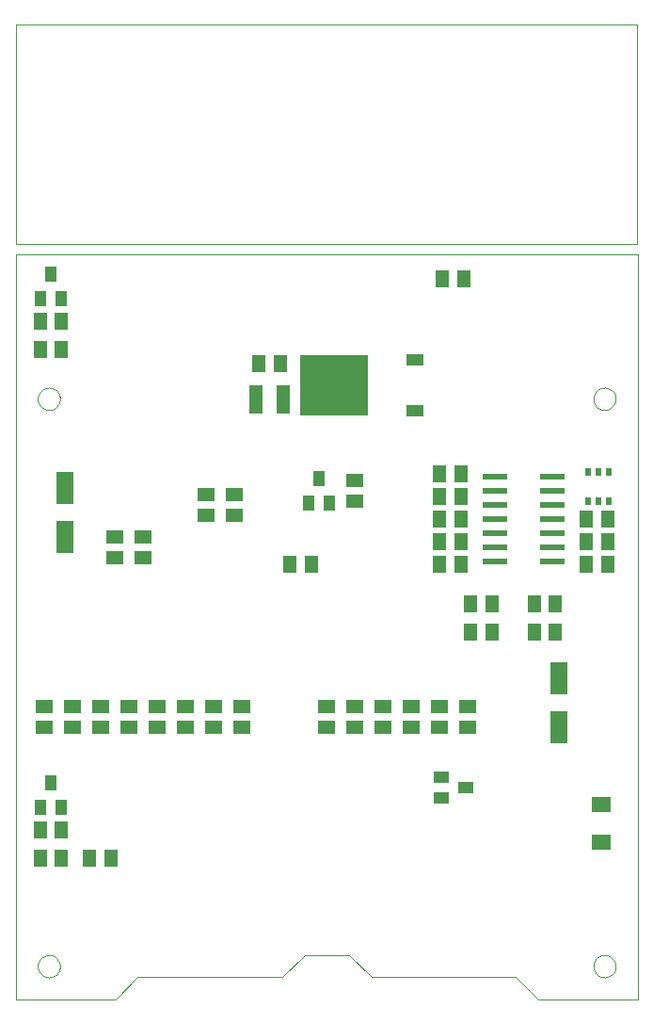
<source format=gtp>
G75*
G70*
%OFA0B0*%
%FSLAX24Y24*%
%IPPOS*%
%LPD*%
%AMOC8*
5,1,8,0,0,1.08239X$1,22.5*
%
%ADD10C,0.0000*%
%ADD11R,0.0512X0.0591*%
%ADD12R,0.0591X0.0512*%
%ADD13R,0.0394X0.0551*%
%ADD14R,0.0866X0.0236*%
%ADD15R,0.0551X0.0394*%
%ADD16R,0.0630X0.1181*%
%ADD17R,0.2441X0.2126*%
%ADD18R,0.0630X0.0394*%
%ADD19R,0.0709X0.0551*%
%ADD20R,0.0197X0.0276*%
%ADD21R,0.0472X0.1000*%
D10*
X001331Y013142D02*
X001331Y039520D01*
X023378Y039520D01*
X023378Y013142D01*
X019835Y013142D01*
X019048Y013930D01*
X013930Y013930D01*
X013142Y014717D01*
X011567Y014717D01*
X010780Y013930D01*
X005662Y013930D01*
X004874Y013142D01*
X001331Y013142D01*
X002118Y014323D02*
X002120Y014362D01*
X002126Y014401D01*
X002136Y014439D01*
X002149Y014476D01*
X002166Y014511D01*
X002186Y014545D01*
X002210Y014576D01*
X002237Y014605D01*
X002266Y014631D01*
X002298Y014654D01*
X002332Y014674D01*
X002368Y014690D01*
X002405Y014702D01*
X002444Y014711D01*
X002483Y014716D01*
X002522Y014717D01*
X002561Y014714D01*
X002600Y014707D01*
X002637Y014696D01*
X002674Y014682D01*
X002709Y014664D01*
X002742Y014643D01*
X002773Y014618D01*
X002801Y014591D01*
X002826Y014561D01*
X002848Y014528D01*
X002867Y014494D01*
X002882Y014458D01*
X002894Y014420D01*
X002902Y014382D01*
X002906Y014343D01*
X002906Y014303D01*
X002902Y014264D01*
X002894Y014226D01*
X002882Y014188D01*
X002867Y014152D01*
X002848Y014118D01*
X002826Y014085D01*
X002801Y014055D01*
X002773Y014028D01*
X002742Y014003D01*
X002709Y013982D01*
X002674Y013964D01*
X002637Y013950D01*
X002600Y013939D01*
X002561Y013932D01*
X002522Y013929D01*
X002483Y013930D01*
X002444Y013935D01*
X002405Y013944D01*
X002368Y013956D01*
X002332Y013972D01*
X002298Y013992D01*
X002266Y014015D01*
X002237Y014041D01*
X002210Y014070D01*
X002186Y014101D01*
X002166Y014135D01*
X002149Y014170D01*
X002136Y014207D01*
X002126Y014245D01*
X002120Y014284D01*
X002118Y014323D01*
X002118Y034402D02*
X002120Y034441D01*
X002126Y034480D01*
X002136Y034518D01*
X002149Y034555D01*
X002166Y034590D01*
X002186Y034624D01*
X002210Y034655D01*
X002237Y034684D01*
X002266Y034710D01*
X002298Y034733D01*
X002332Y034753D01*
X002368Y034769D01*
X002405Y034781D01*
X002444Y034790D01*
X002483Y034795D01*
X002522Y034796D01*
X002561Y034793D01*
X002600Y034786D01*
X002637Y034775D01*
X002674Y034761D01*
X002709Y034743D01*
X002742Y034722D01*
X002773Y034697D01*
X002801Y034670D01*
X002826Y034640D01*
X002848Y034607D01*
X002867Y034573D01*
X002882Y034537D01*
X002894Y034499D01*
X002902Y034461D01*
X002906Y034422D01*
X002906Y034382D01*
X002902Y034343D01*
X002894Y034305D01*
X002882Y034267D01*
X002867Y034231D01*
X002848Y034197D01*
X002826Y034164D01*
X002801Y034134D01*
X002773Y034107D01*
X002742Y034082D01*
X002709Y034061D01*
X002674Y034043D01*
X002637Y034029D01*
X002600Y034018D01*
X002561Y034011D01*
X002522Y034008D01*
X002483Y034009D01*
X002444Y034014D01*
X002405Y034023D01*
X002368Y034035D01*
X002332Y034051D01*
X002298Y034071D01*
X002266Y034094D01*
X002237Y034120D01*
X002210Y034149D01*
X002186Y034180D01*
X002166Y034214D01*
X002149Y034249D01*
X002136Y034286D01*
X002126Y034324D01*
X002120Y034363D01*
X002118Y034402D01*
X001331Y039892D02*
X023331Y039892D01*
X023331Y047642D01*
X001331Y047642D01*
X001331Y039892D01*
X021803Y034402D02*
X021805Y034441D01*
X021811Y034480D01*
X021821Y034518D01*
X021834Y034555D01*
X021851Y034590D01*
X021871Y034624D01*
X021895Y034655D01*
X021922Y034684D01*
X021951Y034710D01*
X021983Y034733D01*
X022017Y034753D01*
X022053Y034769D01*
X022090Y034781D01*
X022129Y034790D01*
X022168Y034795D01*
X022207Y034796D01*
X022246Y034793D01*
X022285Y034786D01*
X022322Y034775D01*
X022359Y034761D01*
X022394Y034743D01*
X022427Y034722D01*
X022458Y034697D01*
X022486Y034670D01*
X022511Y034640D01*
X022533Y034607D01*
X022552Y034573D01*
X022567Y034537D01*
X022579Y034499D01*
X022587Y034461D01*
X022591Y034422D01*
X022591Y034382D01*
X022587Y034343D01*
X022579Y034305D01*
X022567Y034267D01*
X022552Y034231D01*
X022533Y034197D01*
X022511Y034164D01*
X022486Y034134D01*
X022458Y034107D01*
X022427Y034082D01*
X022394Y034061D01*
X022359Y034043D01*
X022322Y034029D01*
X022285Y034018D01*
X022246Y034011D01*
X022207Y034008D01*
X022168Y034009D01*
X022129Y034014D01*
X022090Y034023D01*
X022053Y034035D01*
X022017Y034051D01*
X021983Y034071D01*
X021951Y034094D01*
X021922Y034120D01*
X021895Y034149D01*
X021871Y034180D01*
X021851Y034214D01*
X021834Y034249D01*
X021821Y034286D01*
X021811Y034324D01*
X021805Y034363D01*
X021803Y034402D01*
X021803Y014323D02*
X021805Y014362D01*
X021811Y014401D01*
X021821Y014439D01*
X021834Y014476D01*
X021851Y014511D01*
X021871Y014545D01*
X021895Y014576D01*
X021922Y014605D01*
X021951Y014631D01*
X021983Y014654D01*
X022017Y014674D01*
X022053Y014690D01*
X022090Y014702D01*
X022129Y014711D01*
X022168Y014716D01*
X022207Y014717D01*
X022246Y014714D01*
X022285Y014707D01*
X022322Y014696D01*
X022359Y014682D01*
X022394Y014664D01*
X022427Y014643D01*
X022458Y014618D01*
X022486Y014591D01*
X022511Y014561D01*
X022533Y014528D01*
X022552Y014494D01*
X022567Y014458D01*
X022579Y014420D01*
X022587Y014382D01*
X022591Y014343D01*
X022591Y014303D01*
X022587Y014264D01*
X022579Y014226D01*
X022567Y014188D01*
X022552Y014152D01*
X022533Y014118D01*
X022511Y014085D01*
X022486Y014055D01*
X022458Y014028D01*
X022427Y014003D01*
X022394Y013982D01*
X022359Y013964D01*
X022322Y013950D01*
X022285Y013939D01*
X022246Y013932D01*
X022207Y013929D01*
X022168Y013930D01*
X022129Y013935D01*
X022090Y013944D01*
X022053Y013956D01*
X022017Y013972D01*
X021983Y013992D01*
X021951Y014015D01*
X021922Y014041D01*
X021895Y014070D01*
X021871Y014101D01*
X021851Y014135D01*
X021834Y014170D01*
X021821Y014207D01*
X021811Y014245D01*
X021805Y014284D01*
X021803Y014323D01*
D11*
X020455Y026142D03*
X020455Y027142D03*
X019707Y027142D03*
X019707Y026142D03*
X018205Y026142D03*
X018205Y027142D03*
X017457Y027142D03*
X017457Y026142D03*
X017105Y028542D03*
X017105Y029342D03*
X017105Y030142D03*
X017105Y030942D03*
X017105Y031742D03*
X016357Y031742D03*
X016357Y030942D03*
X016357Y030142D03*
X016357Y029342D03*
X016357Y028542D03*
X011805Y028542D03*
X011057Y028542D03*
X010705Y035642D03*
X009957Y035642D03*
X016457Y038642D03*
X017205Y038642D03*
X021557Y030142D03*
X021557Y029342D03*
X021557Y028542D03*
X022305Y028542D03*
X022305Y029342D03*
X022305Y030142D03*
X004705Y018142D03*
X003957Y018142D03*
X002955Y018142D03*
X002955Y019142D03*
X002207Y019142D03*
X002207Y018142D03*
X002207Y036142D03*
X002207Y037142D03*
X002955Y037142D03*
X002955Y036142D03*
D12*
X004831Y029516D03*
X004831Y028768D03*
X005831Y028768D03*
X005831Y029516D03*
X008081Y030268D03*
X008081Y031016D03*
X009081Y031016D03*
X009081Y030268D03*
X009331Y023516D03*
X009331Y022768D03*
X008331Y022768D03*
X008331Y023516D03*
X007331Y023516D03*
X007331Y022768D03*
X006331Y022768D03*
X006331Y023516D03*
X005331Y023516D03*
X005331Y022768D03*
X004331Y022768D03*
X004331Y023516D03*
X003331Y023516D03*
X003331Y022768D03*
X002331Y022768D03*
X002331Y023516D03*
X012331Y023516D03*
X012331Y022768D03*
X013331Y022768D03*
X013331Y023516D03*
X014331Y023516D03*
X014331Y022768D03*
X015331Y022768D03*
X015331Y023516D03*
X016331Y023516D03*
X016331Y022768D03*
X017331Y022768D03*
X017331Y023516D03*
X013331Y030768D03*
X013331Y031516D03*
D13*
X012455Y030709D03*
X012081Y031575D03*
X011707Y030709D03*
X002955Y037959D03*
X002581Y038825D03*
X002207Y037959D03*
X002581Y020825D03*
X002207Y019959D03*
X002955Y019959D03*
D14*
X018307Y028642D03*
X018307Y029142D03*
X018307Y029642D03*
X018307Y030142D03*
X018307Y030642D03*
X018307Y031142D03*
X018307Y031642D03*
X020355Y031642D03*
X020355Y031142D03*
X020355Y030642D03*
X020355Y030142D03*
X020355Y029642D03*
X020355Y029142D03*
X020355Y028642D03*
D15*
X017270Y020639D03*
X016404Y020265D03*
X016404Y021013D03*
D16*
X020581Y022776D03*
X020581Y024508D03*
X003081Y029526D03*
X003081Y031258D03*
D17*
X012597Y034892D03*
D18*
X015471Y033994D03*
X015471Y035790D03*
D19*
X022081Y020061D03*
X022081Y018723D03*
D20*
X021981Y030780D03*
X022355Y030780D03*
X022355Y031804D03*
X021981Y031804D03*
X021607Y031804D03*
X021607Y030780D03*
D21*
X010823Y034392D03*
X009839Y034392D03*
M02*

</source>
